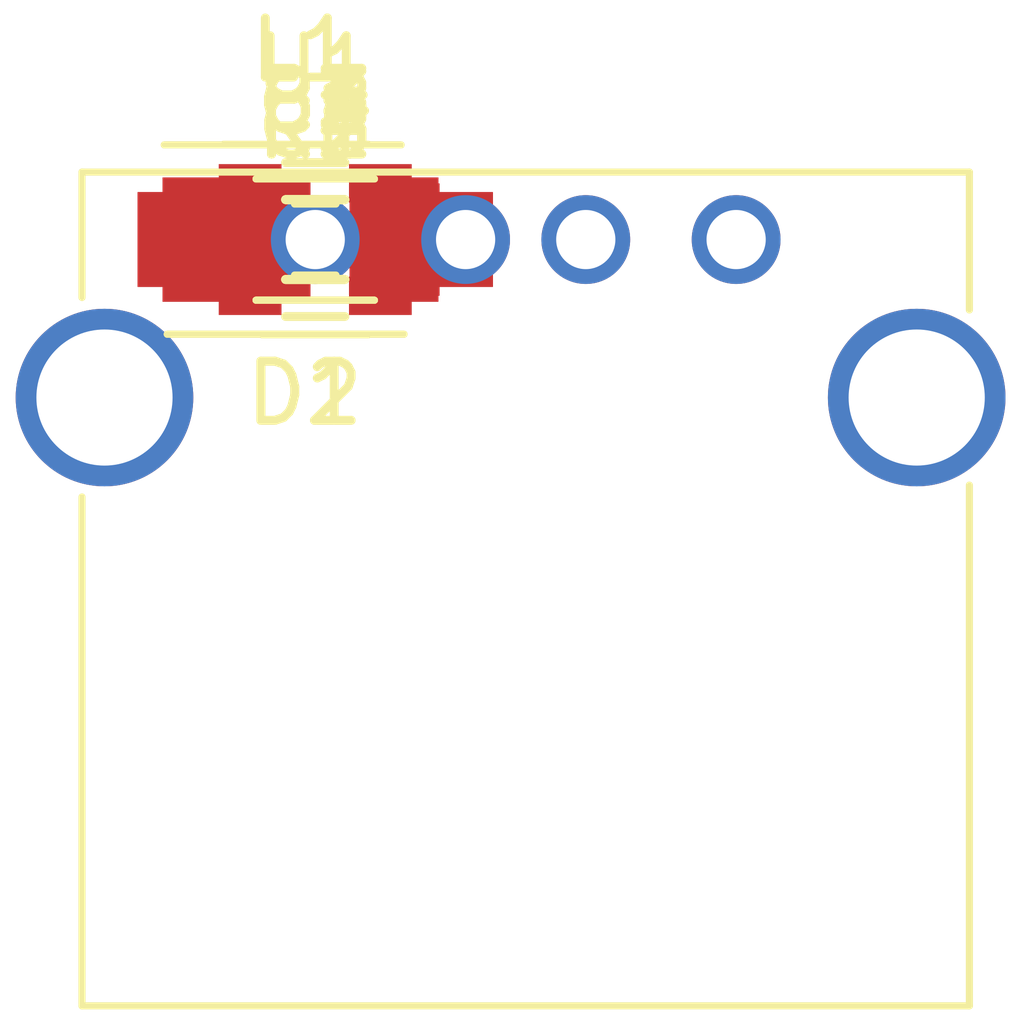
<source format=kicad_pcb>
(kicad_pcb (version 4) (host pcbnew 4.0.4-stable)

  (general
    (links 24)
    (no_connects 15)
    (area 0 0 0 0)
    (thickness 1.6)
    (drawings 0)
    (tracks 0)
    (zones 0)
    (modules 15)
    (nets 12)
  )

  (page A4)
  (layers
    (0 F.Cu signal)
    (31 B.Cu signal)
    (32 B.Adhes user)
    (33 F.Adhes user)
    (34 B.Paste user)
    (35 F.Paste user)
    (36 B.SilkS user)
    (37 F.SilkS user)
    (38 B.Mask user)
    (39 F.Mask user)
    (40 Dwgs.User user)
    (41 Cmts.User user)
    (42 Eco1.User user)
    (43 Eco2.User user)
    (44 Edge.Cuts user)
    (45 Margin user)
    (46 B.CrtYd user)
    (47 F.CrtYd user)
    (48 B.Fab user)
    (49 F.Fab user)
  )

  (setup
    (last_trace_width 0.25)
    (trace_clearance 0.2)
    (zone_clearance 0.508)
    (zone_45_only no)
    (trace_min 0.2)
    (segment_width 0.2)
    (edge_width 0.1)
    (via_size 0.6)
    (via_drill 0.4)
    (via_min_size 0.4)
    (via_min_drill 0.3)
    (uvia_size 0.3)
    (uvia_drill 0.1)
    (uvias_allowed no)
    (uvia_min_size 0.2)
    (uvia_min_drill 0.1)
    (pcb_text_width 0.3)
    (pcb_text_size 1.5 1.5)
    (mod_edge_width 0.15)
    (mod_text_size 1 1)
    (mod_text_width 0.15)
    (pad_size 1.5 1.5)
    (pad_drill 0.6)
    (pad_to_mask_clearance 0)
    (aux_axis_origin 0 0)
    (visible_elements FFFFFF7F)
    (pcbplotparams
      (layerselection 0x00030_80000001)
      (usegerberextensions false)
      (excludeedgelayer true)
      (linewidth 0.100000)
      (plotframeref false)
      (viasonmask false)
      (mode 1)
      (useauxorigin false)
      (hpglpennumber 1)
      (hpglpenspeed 20)
      (hpglpendiameter 15)
      (hpglpenoverlay 2)
      (psnegative false)
      (psa4output false)
      (plotreference true)
      (plotvalue true)
      (plotinvisibletext false)
      (padsonsilk false)
      (subtractmaskfromsilk false)
      (outputformat 1)
      (mirror false)
      (drillshape 1)
      (scaleselection 1)
      (outputdirectory ""))
  )

  (net 0 "")
  (net 1 +24V)
  (net 2 GND)
  (net 3 /D2)
  (net 4 VCC)
  (net 5 /D1)
  (net 6 /USB_D-)
  (net 7 /USB_D+)
  (net 8 "Net-(D3-Pad2)")
  (net 9 "Net-(R2-Pad1)")
  (net 10 /MOSI)
  (net 11 /SCK)

  (net_class Default "This is the default net class."
    (clearance 0.2)
    (trace_width 0.25)
    (via_dia 0.6)
    (via_drill 0.4)
    (uvia_dia 0.3)
    (uvia_drill 0.1)
    (add_net +24V)
    (add_net /D1)
    (add_net /D2)
    (add_net /MOSI)
    (add_net /SCK)
    (add_net /USB_D+)
    (add_net /USB_D-)
    (add_net GND)
    (add_net "Net-(D3-Pad2)")
    (add_net "Net-(R2-Pad1)")
    (add_net VCC)
  )

  (module Capacitors_SMD:C_1206_HandSoldering (layer F.Cu) (tedit 541A9C03) (tstamp 5883CF30)
    (at 148.5011 105.0036)
    (descr "Capacitor SMD 1206, hand soldering")
    (tags "capacitor 1206")
    (path /580BBEB1)
    (attr smd)
    (fp_text reference C1 (at 0 -2.3) (layer F.SilkS)
      (effects (font (size 1 1) (thickness 0.15)))
    )
    (fp_text value 4.7u (at 0 2.3) (layer F.Fab)
      (effects (font (size 1 1) (thickness 0.15)))
    )
    (fp_line (start -1.6 0.8) (end -1.6 -0.8) (layer F.Fab) (width 0.1))
    (fp_line (start 1.6 0.8) (end -1.6 0.8) (layer F.Fab) (width 0.1))
    (fp_line (start 1.6 -0.8) (end 1.6 0.8) (layer F.Fab) (width 0.1))
    (fp_line (start -1.6 -0.8) (end 1.6 -0.8) (layer F.Fab) (width 0.1))
    (fp_line (start -3.3 -1.15) (end 3.3 -1.15) (layer F.CrtYd) (width 0.05))
    (fp_line (start -3.3 1.15) (end 3.3 1.15) (layer F.CrtYd) (width 0.05))
    (fp_line (start -3.3 -1.15) (end -3.3 1.15) (layer F.CrtYd) (width 0.05))
    (fp_line (start 3.3 -1.15) (end 3.3 1.15) (layer F.CrtYd) (width 0.05))
    (fp_line (start 1 -1.025) (end -1 -1.025) (layer F.SilkS) (width 0.12))
    (fp_line (start -1 1.025) (end 1 1.025) (layer F.SilkS) (width 0.12))
    (pad 1 smd rect (at -2 0) (size 2 1.6) (layers F.Cu F.Paste F.Mask)
      (net 1 +24V))
    (pad 2 smd rect (at 2 0) (size 2 1.6) (layers F.Cu F.Paste F.Mask)
      (net 2 GND))
    (model Capacitors_SMD.3dshapes/C_1206_HandSoldering.wrl
      (at (xyz 0 0 0))
      (scale (xyz 1 1 1))
      (rotate (xyz 0 0 0))
    )
  )

  (module Capacitors_SMD:C_1206_HandSoldering (layer F.Cu) (tedit 541A9C03) (tstamp 5883CF40)
    (at 148.5011 105.0036)
    (descr "Capacitor SMD 1206, hand soldering")
    (tags "capacitor 1206")
    (path /5883E192)
    (attr smd)
    (fp_text reference C2 (at 0 -2.3) (layer F.SilkS)
      (effects (font (size 1 1) (thickness 0.15)))
    )
    (fp_text value 100n (at 0 2.3) (layer F.Fab)
      (effects (font (size 1 1) (thickness 0.15)))
    )
    (fp_line (start -1.6 0.8) (end -1.6 -0.8) (layer F.Fab) (width 0.1))
    (fp_line (start 1.6 0.8) (end -1.6 0.8) (layer F.Fab) (width 0.1))
    (fp_line (start 1.6 -0.8) (end 1.6 0.8) (layer F.Fab) (width 0.1))
    (fp_line (start -1.6 -0.8) (end 1.6 -0.8) (layer F.Fab) (width 0.1))
    (fp_line (start -3.3 -1.15) (end 3.3 -1.15) (layer F.CrtYd) (width 0.05))
    (fp_line (start -3.3 1.15) (end 3.3 1.15) (layer F.CrtYd) (width 0.05))
    (fp_line (start -3.3 -1.15) (end -3.3 1.15) (layer F.CrtYd) (width 0.05))
    (fp_line (start 3.3 -1.15) (end 3.3 1.15) (layer F.CrtYd) (width 0.05))
    (fp_line (start 1 -1.025) (end -1 -1.025) (layer F.SilkS) (width 0.12))
    (fp_line (start -1 1.025) (end 1 1.025) (layer F.SilkS) (width 0.12))
    (pad 1 smd rect (at -2 0) (size 2 1.6) (layers F.Cu F.Paste F.Mask)
      (net 3 /D2))
    (pad 2 smd rect (at 2 0) (size 2 1.6) (layers F.Cu F.Paste F.Mask)
      (net 2 GND))
    (model Capacitors_SMD.3dshapes/C_1206_HandSoldering.wrl
      (at (xyz 0 0 0))
      (scale (xyz 1 1 1))
      (rotate (xyz 0 0 0))
    )
  )

  (module Capacitors_SMD:C_1206_HandSoldering (layer F.Cu) (tedit 541A9C03) (tstamp 5883CF50)
    (at 148.5011 105.0036)
    (descr "Capacitor SMD 1206, hand soldering")
    (tags "capacitor 1206")
    (path /580BB1DE)
    (attr smd)
    (fp_text reference C3 (at 0 -2.3) (layer F.SilkS)
      (effects (font (size 1 1) (thickness 0.15)))
    )
    (fp_text value 4.7u (at 0 2.3) (layer F.Fab)
      (effects (font (size 1 1) (thickness 0.15)))
    )
    (fp_line (start -1.6 0.8) (end -1.6 -0.8) (layer F.Fab) (width 0.1))
    (fp_line (start 1.6 0.8) (end -1.6 0.8) (layer F.Fab) (width 0.1))
    (fp_line (start 1.6 -0.8) (end 1.6 0.8) (layer F.Fab) (width 0.1))
    (fp_line (start -1.6 -0.8) (end 1.6 -0.8) (layer F.Fab) (width 0.1))
    (fp_line (start -3.3 -1.15) (end 3.3 -1.15) (layer F.CrtYd) (width 0.05))
    (fp_line (start -3.3 1.15) (end 3.3 1.15) (layer F.CrtYd) (width 0.05))
    (fp_line (start -3.3 -1.15) (end -3.3 1.15) (layer F.CrtYd) (width 0.05))
    (fp_line (start 3.3 -1.15) (end 3.3 1.15) (layer F.CrtYd) (width 0.05))
    (fp_line (start 1 -1.025) (end -1 -1.025) (layer F.SilkS) (width 0.12))
    (fp_line (start -1 1.025) (end 1 1.025) (layer F.SilkS) (width 0.12))
    (pad 1 smd rect (at -2 0) (size 2 1.6) (layers F.Cu F.Paste F.Mask)
      (net 4 VCC))
    (pad 2 smd rect (at 2 0) (size 2 1.6) (layers F.Cu F.Paste F.Mask)
      (net 2 GND))
    (model Capacitors_SMD.3dshapes/C_1206_HandSoldering.wrl
      (at (xyz 0 0 0))
      (scale (xyz 1 1 1))
      (rotate (xyz 0 0 0))
    )
  )

  (module Capacitors_SMD:C_1206_HandSoldering (layer F.Cu) (tedit 541A9C03) (tstamp 5883CF60)
    (at 148.5011 105.0036)
    (descr "Capacitor SMD 1206, hand soldering")
    (tags "capacitor 1206")
    (path /5883E769)
    (attr smd)
    (fp_text reference C4 (at 0 -2.3) (layer F.SilkS)
      (effects (font (size 1 1) (thickness 0.15)))
    )
    (fp_text value 100n (at 0 2.3) (layer F.Fab)
      (effects (font (size 1 1) (thickness 0.15)))
    )
    (fp_line (start -1.6 0.8) (end -1.6 -0.8) (layer F.Fab) (width 0.1))
    (fp_line (start 1.6 0.8) (end -1.6 0.8) (layer F.Fab) (width 0.1))
    (fp_line (start 1.6 -0.8) (end 1.6 0.8) (layer F.Fab) (width 0.1))
    (fp_line (start -1.6 -0.8) (end 1.6 -0.8) (layer F.Fab) (width 0.1))
    (fp_line (start -3.3 -1.15) (end 3.3 -1.15) (layer F.CrtYd) (width 0.05))
    (fp_line (start -3.3 1.15) (end 3.3 1.15) (layer F.CrtYd) (width 0.05))
    (fp_line (start -3.3 -1.15) (end -3.3 1.15) (layer F.CrtYd) (width 0.05))
    (fp_line (start 3.3 -1.15) (end 3.3 1.15) (layer F.CrtYd) (width 0.05))
    (fp_line (start 1 -1.025) (end -1 -1.025) (layer F.SilkS) (width 0.12))
    (fp_line (start -1 1.025) (end 1 1.025) (layer F.SilkS) (width 0.12))
    (pad 1 smd rect (at -2 0) (size 2 1.6) (layers F.Cu F.Paste F.Mask)
      (net 5 /D1))
    (pad 2 smd rect (at 2 0) (size 2 1.6) (layers F.Cu F.Paste F.Mask)
      (net 2 GND))
    (model Capacitors_SMD.3dshapes/C_1206_HandSoldering.wrl
      (at (xyz 0 0 0))
      (scale (xyz 1 1 1))
      (rotate (xyz 0 0 0))
    )
  )

  (module Capacitors_SMD:C_0603_HandSoldering (layer F.Cu) (tedit 541A9B4D) (tstamp 5883CF70)
    (at 148.5011 105.0036)
    (descr "Capacitor SMD 0603, hand soldering")
    (tags "capacitor 0603")
    (path /580BA247)
    (attr smd)
    (fp_text reference C5 (at 0 -1.9) (layer F.SilkS)
      (effects (font (size 1 1) (thickness 0.15)))
    )
    (fp_text value 100nF (at 0 1.9) (layer F.Fab)
      (effects (font (size 1 1) (thickness 0.15)))
    )
    (fp_line (start -0.8 0.4) (end -0.8 -0.4) (layer F.Fab) (width 0.1))
    (fp_line (start 0.8 0.4) (end -0.8 0.4) (layer F.Fab) (width 0.1))
    (fp_line (start 0.8 -0.4) (end 0.8 0.4) (layer F.Fab) (width 0.1))
    (fp_line (start -0.8 -0.4) (end 0.8 -0.4) (layer F.Fab) (width 0.1))
    (fp_line (start -1.85 -0.75) (end 1.85 -0.75) (layer F.CrtYd) (width 0.05))
    (fp_line (start -1.85 0.75) (end 1.85 0.75) (layer F.CrtYd) (width 0.05))
    (fp_line (start -1.85 -0.75) (end -1.85 0.75) (layer F.CrtYd) (width 0.05))
    (fp_line (start 1.85 -0.75) (end 1.85 0.75) (layer F.CrtYd) (width 0.05))
    (fp_line (start -0.35 -0.6) (end 0.35 -0.6) (layer F.SilkS) (width 0.12))
    (fp_line (start 0.35 0.6) (end -0.35 0.6) (layer F.SilkS) (width 0.12))
    (pad 1 smd rect (at -0.95 0) (size 1.2 0.75) (layers F.Cu F.Paste F.Mask)
      (net 4 VCC))
    (pad 2 smd rect (at 0.95 0) (size 1.2 0.75) (layers F.Cu F.Paste F.Mask)
      (net 2 GND))
    (model Capacitors_SMD.3dshapes/C_0603_HandSoldering.wrl
      (at (xyz 0 0 0))
      (scale (xyz 1 1 1))
      (rotate (xyz 0 0 0))
    )
  )

  (module LEDs:LED_PLCC_2835_Handsoldering (layer F.Cu) (tedit 575B2B12) (tstamp 5883CF8B)
    (at 148.5011 105.0036)
    (descr http://www.everlight.com/file/ProductFile/67-21S-KK2C-H4040QAR32835Z15-2T.pdf)
    (tags LED)
    (path /581E3CE7)
    (attr smd)
    (fp_text reference D1 (at -0.18 2.6) (layer F.SilkS)
      (effects (font (size 1 1) (thickness 0.15)))
    )
    (fp_text value LED_BLUE (at -0.2 -2.6) (layer F.Fab)
      (effects (font (size 1 1) (thickness 0.15)))
    )
    (fp_line (start 1.15 -0.65) (end 0.7 -0.65) (layer F.Fab) (width 0.1))
    (fp_line (start 0.93 -0.4) (end 0.93 -0.9) (layer F.Fab) (width 0.1))
    (fp_line (start 2.3 -1.75) (end 2.3 1.75) (layer F.CrtYd) (width 0.05))
    (fp_line (start -2.8 -1.75) (end 2.3 -1.75) (layer F.CrtYd) (width 0.05))
    (fp_line (start -2.8 1.75) (end -2.8 -1.75) (layer F.CrtYd) (width 0.05))
    (fp_line (start 2.3 1.75) (end -2.8 1.75) (layer F.CrtYd) (width 0.05))
    (fp_line (start 1.45 -1.6) (end -2.55 -1.6) (layer F.SilkS) (width 0.12))
    (fp_line (start 1.5 1.6) (end -2.5 1.6) (layer F.SilkS) (width 0.12))
    (fp_line (start 1.4 -0.8) (end 1.4 0) (layer F.Fab) (width 0.1))
    (fp_line (start 1 -1.2) (end 1.4 -0.8) (layer F.Fab) (width 0.1))
    (fp_line (start -1.4 -1.2) (end 1 -1.2) (layer F.Fab) (width 0.1))
    (fp_line (start -1.8 -0.8) (end -1.4 -1.2) (layer F.Fab) (width 0.1))
    (fp_line (start -1.8 0.8) (end -1.8 -0.8) (layer F.Fab) (width 0.1))
    (fp_line (start -1.4 1.2) (end -1.8 0.8) (layer F.Fab) (width 0.1))
    (fp_line (start 1 1.2) (end -1.4 1.2) (layer F.Fab) (width 0.1))
    (fp_line (start 1.4 0.8) (end 1 1.2) (layer F.Fab) (width 0.1))
    (fp_line (start 1.4 0) (end 1.4 0.8) (layer F.Fab) (width 0.1))
    (fp_line (start 1.55 -1.4) (end 1.55 1.4) (layer F.Fab) (width 0.1))
    (fp_line (start -1.95 -1.4) (end 1.55 -1.4) (layer F.Fab) (width 0.1))
    (fp_line (start -1.95 1.4) (end -1.95 -1.4) (layer F.Fab) (width 0.1))
    (fp_line (start 1.55 1.4) (end -1.95 1.4) (layer F.Fab) (width 0.1))
    (pad 1 smd rect (at -1.33 0 180) (size 2.5 2.1) (layers F.Cu F.Paste F.Mask)
      (net 2 GND))
    (pad 2 smd rect (at 1.33 0 180) (size 1.5 2.1) (layers F.Cu F.Paste F.Mask)
      (net 6 /USB_D-))
    (model LEDs.3dshapes\LED_PLCC_2835_Handsoldering.wrl
      (at (xyz 0 0 0))
      (scale (xyz 0.4 0.4 0.4))
      (rotate (xyz 0 0 0))
    )
  )

  (module LEDs:LED_PLCC_2835_Handsoldering (layer F.Cu) (tedit 575B2B12) (tstamp 5883CFA6)
    (at 148.5011 105.0036)
    (descr http://www.everlight.com/file/ProductFile/67-21S-KK2C-H4040QAR32835Z15-2T.pdf)
    (tags LED)
    (path /580B9AA2)
    (attr smd)
    (fp_text reference D2 (at -0.18 2.6) (layer F.SilkS)
      (effects (font (size 1 1) (thickness 0.15)))
    )
    (fp_text value LED_BLUE (at -0.2 -2.6) (layer F.Fab)
      (effects (font (size 1 1) (thickness 0.15)))
    )
    (fp_line (start 1.15 -0.65) (end 0.7 -0.65) (layer F.Fab) (width 0.1))
    (fp_line (start 0.93 -0.4) (end 0.93 -0.9) (layer F.Fab) (width 0.1))
    (fp_line (start 2.3 -1.75) (end 2.3 1.75) (layer F.CrtYd) (width 0.05))
    (fp_line (start -2.8 -1.75) (end 2.3 -1.75) (layer F.CrtYd) (width 0.05))
    (fp_line (start -2.8 1.75) (end -2.8 -1.75) (layer F.CrtYd) (width 0.05))
    (fp_line (start 2.3 1.75) (end -2.8 1.75) (layer F.CrtYd) (width 0.05))
    (fp_line (start 1.45 -1.6) (end -2.55 -1.6) (layer F.SilkS) (width 0.12))
    (fp_line (start 1.5 1.6) (end -2.5 1.6) (layer F.SilkS) (width 0.12))
    (fp_line (start 1.4 -0.8) (end 1.4 0) (layer F.Fab) (width 0.1))
    (fp_line (start 1 -1.2) (end 1.4 -0.8) (layer F.Fab) (width 0.1))
    (fp_line (start -1.4 -1.2) (end 1 -1.2) (layer F.Fab) (width 0.1))
    (fp_line (start -1.8 -0.8) (end -1.4 -1.2) (layer F.Fab) (width 0.1))
    (fp_line (start -1.8 0.8) (end -1.8 -0.8) (layer F.Fab) (width 0.1))
    (fp_line (start -1.4 1.2) (end -1.8 0.8) (layer F.Fab) (width 0.1))
    (fp_line (start 1 1.2) (end -1.4 1.2) (layer F.Fab) (width 0.1))
    (fp_line (start 1.4 0.8) (end 1 1.2) (layer F.Fab) (width 0.1))
    (fp_line (start 1.4 0) (end 1.4 0.8) (layer F.Fab) (width 0.1))
    (fp_line (start 1.55 -1.4) (end 1.55 1.4) (layer F.Fab) (width 0.1))
    (fp_line (start -1.95 -1.4) (end 1.55 -1.4) (layer F.Fab) (width 0.1))
    (fp_line (start -1.95 1.4) (end -1.95 -1.4) (layer F.Fab) (width 0.1))
    (fp_line (start 1.55 1.4) (end -1.95 1.4) (layer F.Fab) (width 0.1))
    (pad 1 smd rect (at -1.33 0 180) (size 2.5 2.1) (layers F.Cu F.Paste F.Mask)
      (net 2 GND))
    (pad 2 smd rect (at 1.33 0 180) (size 1.5 2.1) (layers F.Cu F.Paste F.Mask)
      (net 7 /USB_D+))
    (model LEDs.3dshapes\LED_PLCC_2835_Handsoldering.wrl
      (at (xyz 0 0 0))
      (scale (xyz 0.4 0.4 0.4))
      (rotate (xyz 0 0 0))
    )
  )

  (module Inductors_NEOSID:Neosid_Inductor_SM-NE30_SMD1210 (layer F.Cu) (tedit 0) (tstamp 5883CFAE)
    (at 148.5011 105.0036)
    (descr "Neosid, Inductor, SM-NE30, SMD1210, Festinduktivitaet, SMD,")
    (tags "Neosid, Inductor, SM-NE30, SMD1210, Festinduktivitaet, SMD,")
    (path /580BB500)
    (attr smd)
    (fp_text reference L1 (at -0.20066 -3.2004) (layer F.SilkS)
      (effects (font (size 1 1) (thickness 0.15)))
    )
    (fp_text value 10u (at 0 3.2004) (layer F.Fab)
      (effects (font (size 1 1) (thickness 0.15)))
    )
    (fp_line (start 0.50038 1.30048) (end -0.50038 1.30048) (layer F.SilkS) (width 0.15))
    (fp_line (start 0.50038 -1.30048) (end -0.50038 -1.30048) (layer F.SilkS) (width 0.15))
    (pad 2 smd rect (at 1.6002 0) (size 1.00076 1.89992) (layers F.Cu F.Paste F.Mask)
      (net 8 "Net-(D3-Pad2)"))
    (pad 1 smd rect (at -1.6002 0) (size 1.00076 1.89992) (layers F.Cu F.Paste F.Mask)
      (net 4 VCC))
  )

  (module Connect:USB_A (layer F.Cu) (tedit 5543E289) (tstamp 5883CFC2)
    (at 148.5011 105.0036)
    (descr "USB A connector")
    (tags "USB USB_A")
    (path /58162752)
    (fp_text reference P3 (at 0 -2.35) (layer F.SilkS)
      (effects (font (size 1 1) (thickness 0.15)))
    )
    (fp_text value CONN_01X04 (at 3.84 7.44) (layer F.Fab)
      (effects (font (size 1 1) (thickness 0.15)))
    )
    (fp_line (start -5.3 13.2) (end -5.3 -1.4) (layer F.CrtYd) (width 0.05))
    (fp_line (start 11.95 -1.4) (end 11.95 13.2) (layer F.CrtYd) (width 0.05))
    (fp_line (start -5.3 13.2) (end 11.95 13.2) (layer F.CrtYd) (width 0.05))
    (fp_line (start -5.3 -1.4) (end 11.95 -1.4) (layer F.CrtYd) (width 0.05))
    (fp_line (start 11.05 -1.14) (end 11.05 1.19) (layer F.SilkS) (width 0.12))
    (fp_line (start -3.94 -1.14) (end -3.94 0.98) (layer F.SilkS) (width 0.12))
    (fp_line (start 11.05 -1.14) (end -3.94 -1.14) (layer F.SilkS) (width 0.12))
    (fp_line (start 11.05 12.95) (end -3.94 12.95) (layer F.SilkS) (width 0.12))
    (fp_line (start 11.05 4.15) (end 11.05 12.95) (layer F.SilkS) (width 0.12))
    (fp_line (start -3.94 4.35) (end -3.94 12.95) (layer F.SilkS) (width 0.12))
    (pad 4 thru_hole circle (at 7.11 0 270) (size 1.5 1.5) (drill 1) (layers *.Cu *.Mask)
      (net 2 GND))
    (pad 3 thru_hole circle (at 4.57 0 270) (size 1.5 1.5) (drill 1) (layers *.Cu *.Mask)
      (net 7 /USB_D+))
    (pad 2 thru_hole circle (at 2.54 0 270) (size 1.5 1.5) (drill 1) (layers *.Cu *.Mask)
      (net 6 /USB_D-))
    (pad 1 thru_hole circle (at 0 0 270) (size 1.5 1.5) (drill 1) (layers *.Cu *.Mask)
      (net 4 VCC))
    (pad 5 thru_hole circle (at 10.16 2.67 270) (size 3 3) (drill 2.3) (layers *.Cu *.Mask))
    (pad 5 thru_hole circle (at -3.56 2.67 270) (size 3 3) (drill 2.3) (layers *.Cu *.Mask))
    (model Connectors.3dshapes/USB_A.wrl
      (at (xyz 0.14 0 0))
      (scale (xyz 1 1 1))
      (rotate (xyz 0 0 90))
    )
  )

  (module Resistors_SMD:R_0603_HandSoldering (layer F.Cu) (tedit 58307AEF) (tstamp 5883CFD2)
    (at 148.5011 105.0036)
    (descr "Resistor SMD 0603, hand soldering")
    (tags "resistor 0603")
    (path /580B9C03)
    (attr smd)
    (fp_text reference R1 (at 0 -1.9) (layer F.SilkS)
      (effects (font (size 1 1) (thickness 0.15)))
    )
    (fp_text value 1.5k (at 0 1.9) (layer F.Fab)
      (effects (font (size 1 1) (thickness 0.15)))
    )
    (fp_line (start -0.8 0.4) (end -0.8 -0.4) (layer F.Fab) (width 0.1))
    (fp_line (start 0.8 0.4) (end -0.8 0.4) (layer F.Fab) (width 0.1))
    (fp_line (start 0.8 -0.4) (end 0.8 0.4) (layer F.Fab) (width 0.1))
    (fp_line (start -0.8 -0.4) (end 0.8 -0.4) (layer F.Fab) (width 0.1))
    (fp_line (start -2 -0.8) (end 2 -0.8) (layer F.CrtYd) (width 0.05))
    (fp_line (start -2 0.8) (end 2 0.8) (layer F.CrtYd) (width 0.05))
    (fp_line (start -2 -0.8) (end -2 0.8) (layer F.CrtYd) (width 0.05))
    (fp_line (start 2 -0.8) (end 2 0.8) (layer F.CrtYd) (width 0.05))
    (fp_line (start 0.5 0.675) (end -0.5 0.675) (layer F.SilkS) (width 0.15))
    (fp_line (start -0.5 -0.675) (end 0.5 -0.675) (layer F.SilkS) (width 0.15))
    (pad 1 smd rect (at -1.1 0) (size 1.2 0.9) (layers F.Cu F.Paste F.Mask)
      (net 6 /USB_D-))
    (pad 2 smd rect (at 1.1 0) (size 1.2 0.9) (layers F.Cu F.Paste F.Mask)
      (net 4 VCC))
    (model Resistors_SMD.3dshapes/R_0603_HandSoldering.wrl
      (at (xyz 0 0 0))
      (scale (xyz 1 1 1))
      (rotate (xyz 0 0 0))
    )
  )

  (module Resistors_SMD:R_0603_HandSoldering (layer F.Cu) (tedit 58307AEF) (tstamp 5883CFE2)
    (at 148.5011 105.0036)
    (descr "Resistor SMD 0603, hand soldering")
    (tags "resistor 0603")
    (path /580BBA9A)
    (attr smd)
    (fp_text reference R2 (at 0 -1.9) (layer F.SilkS)
      (effects (font (size 1 1) (thickness 0.15)))
    )
    (fp_text value 2.4M (at 0 1.9) (layer F.Fab)
      (effects (font (size 1 1) (thickness 0.15)))
    )
    (fp_line (start -0.8 0.4) (end -0.8 -0.4) (layer F.Fab) (width 0.1))
    (fp_line (start 0.8 0.4) (end -0.8 0.4) (layer F.Fab) (width 0.1))
    (fp_line (start 0.8 -0.4) (end 0.8 0.4) (layer F.Fab) (width 0.1))
    (fp_line (start -0.8 -0.4) (end 0.8 -0.4) (layer F.Fab) (width 0.1))
    (fp_line (start -2 -0.8) (end 2 -0.8) (layer F.CrtYd) (width 0.05))
    (fp_line (start -2 0.8) (end 2 0.8) (layer F.CrtYd) (width 0.05))
    (fp_line (start -2 -0.8) (end -2 0.8) (layer F.CrtYd) (width 0.05))
    (fp_line (start 2 -0.8) (end 2 0.8) (layer F.CrtYd) (width 0.05))
    (fp_line (start 0.5 0.675) (end -0.5 0.675) (layer F.SilkS) (width 0.15))
    (fp_line (start -0.5 -0.675) (end 0.5 -0.675) (layer F.SilkS) (width 0.15))
    (pad 1 smd rect (at -1.1 0) (size 1.2 0.9) (layers F.Cu F.Paste F.Mask)
      (net 9 "Net-(R2-Pad1)"))
    (pad 2 smd rect (at 1.1 0) (size 1.2 0.9) (layers F.Cu F.Paste F.Mask)
      (net 1 +24V))
    (model Resistors_SMD.3dshapes/R_0603_HandSoldering.wrl
      (at (xyz 0 0 0))
      (scale (xyz 1 1 1))
      (rotate (xyz 0 0 0))
    )
  )

  (module Resistors_SMD:R_0603_HandSoldering (layer F.Cu) (tedit 58307AEF) (tstamp 5883CFF2)
    (at 148.5011 105.0036)
    (descr "Resistor SMD 0603, hand soldering")
    (tags "resistor 0603")
    (path /580BBC7E)
    (attr smd)
    (fp_text reference R3 (at 0 -1.9) (layer F.SilkS)
      (effects (font (size 1 1) (thickness 0.15)))
    )
    (fp_text value 130k (at 0 1.9) (layer F.Fab)
      (effects (font (size 1 1) (thickness 0.15)))
    )
    (fp_line (start -0.8 0.4) (end -0.8 -0.4) (layer F.Fab) (width 0.1))
    (fp_line (start 0.8 0.4) (end -0.8 0.4) (layer F.Fab) (width 0.1))
    (fp_line (start 0.8 -0.4) (end 0.8 0.4) (layer F.Fab) (width 0.1))
    (fp_line (start -0.8 -0.4) (end 0.8 -0.4) (layer F.Fab) (width 0.1))
    (fp_line (start -2 -0.8) (end 2 -0.8) (layer F.CrtYd) (width 0.05))
    (fp_line (start -2 0.8) (end 2 0.8) (layer F.CrtYd) (width 0.05))
    (fp_line (start -2 -0.8) (end -2 0.8) (layer F.CrtYd) (width 0.05))
    (fp_line (start 2 -0.8) (end 2 0.8) (layer F.CrtYd) (width 0.05))
    (fp_line (start 0.5 0.675) (end -0.5 0.675) (layer F.SilkS) (width 0.15))
    (fp_line (start -0.5 -0.675) (end 0.5 -0.675) (layer F.SilkS) (width 0.15))
    (pad 1 smd rect (at -1.1 0) (size 1.2 0.9) (layers F.Cu F.Paste F.Mask)
      (net 2 GND))
    (pad 2 smd rect (at 1.1 0) (size 1.2 0.9) (layers F.Cu F.Paste F.Mask)
      (net 9 "Net-(R2-Pad1)"))
    (model Resistors_SMD.3dshapes/R_0603_HandSoldering.wrl
      (at (xyz 0 0 0))
      (scale (xyz 1 1 1))
      (rotate (xyz 0 0 0))
    )
  )

  (module Resistors_SMD:R_0603_HandSoldering (layer F.Cu) (tedit 58307AEF) (tstamp 5883D002)
    (at 148.5011 105.0036)
    (descr "Resistor SMD 0603, hand soldering")
    (tags "resistor 0603")
    (path /580B9A16)
    (attr smd)
    (fp_text reference R5 (at 0 -1.9) (layer F.SilkS)
      (effects (font (size 1 1) (thickness 0.15)))
    )
    (fp_text value 68 (at 0 1.9) (layer F.Fab)
      (effects (font (size 1 1) (thickness 0.15)))
    )
    (fp_line (start -0.8 0.4) (end -0.8 -0.4) (layer F.Fab) (width 0.1))
    (fp_line (start 0.8 0.4) (end -0.8 0.4) (layer F.Fab) (width 0.1))
    (fp_line (start 0.8 -0.4) (end 0.8 0.4) (layer F.Fab) (width 0.1))
    (fp_line (start -0.8 -0.4) (end 0.8 -0.4) (layer F.Fab) (width 0.1))
    (fp_line (start -2 -0.8) (end 2 -0.8) (layer F.CrtYd) (width 0.05))
    (fp_line (start -2 0.8) (end 2 0.8) (layer F.CrtYd) (width 0.05))
    (fp_line (start -2 -0.8) (end -2 0.8) (layer F.CrtYd) (width 0.05))
    (fp_line (start 2 -0.8) (end 2 0.8) (layer F.CrtYd) (width 0.05))
    (fp_line (start 0.5 0.675) (end -0.5 0.675) (layer F.SilkS) (width 0.15))
    (fp_line (start -0.5 -0.675) (end 0.5 -0.675) (layer F.SilkS) (width 0.15))
    (pad 1 smd rect (at -1.1 0) (size 1.2 0.9) (layers F.Cu F.Paste F.Mask)
      (net 10 /MOSI))
    (pad 2 smd rect (at 1.1 0) (size 1.2 0.9) (layers F.Cu F.Paste F.Mask)
      (net 6 /USB_D-))
    (model Resistors_SMD.3dshapes/R_0603_HandSoldering.wrl
      (at (xyz 0 0 0))
      (scale (xyz 1 1 1))
      (rotate (xyz 0 0 0))
    )
  )

  (module Resistors_SMD:R_0603_HandSoldering (layer F.Cu) (tedit 58307AEF) (tstamp 5883D012)
    (at 148.5011 105.0036)
    (descr "Resistor SMD 0603, hand soldering")
    (tags "resistor 0603")
    (path /580B99A5)
    (attr smd)
    (fp_text reference R6 (at 0 -1.9) (layer F.SilkS)
      (effects (font (size 1 1) (thickness 0.15)))
    )
    (fp_text value 68 (at 0 1.9) (layer F.Fab)
      (effects (font (size 1 1) (thickness 0.15)))
    )
    (fp_line (start -0.8 0.4) (end -0.8 -0.4) (layer F.Fab) (width 0.1))
    (fp_line (start 0.8 0.4) (end -0.8 0.4) (layer F.Fab) (width 0.1))
    (fp_line (start 0.8 -0.4) (end 0.8 0.4) (layer F.Fab) (width 0.1))
    (fp_line (start -0.8 -0.4) (end 0.8 -0.4) (layer F.Fab) (width 0.1))
    (fp_line (start -2 -0.8) (end 2 -0.8) (layer F.CrtYd) (width 0.05))
    (fp_line (start -2 0.8) (end 2 0.8) (layer F.CrtYd) (width 0.05))
    (fp_line (start -2 -0.8) (end -2 0.8) (layer F.CrtYd) (width 0.05))
    (fp_line (start 2 -0.8) (end 2 0.8) (layer F.CrtYd) (width 0.05))
    (fp_line (start 0.5 0.675) (end -0.5 0.675) (layer F.SilkS) (width 0.15))
    (fp_line (start -0.5 -0.675) (end 0.5 -0.675) (layer F.SilkS) (width 0.15))
    (pad 1 smd rect (at -1.1 0) (size 1.2 0.9) (layers F.Cu F.Paste F.Mask)
      (net 11 /SCK))
    (pad 2 smd rect (at 1.1 0) (size 1.2 0.9) (layers F.Cu F.Paste F.Mask)
      (net 7 /USB_D+))
    (model Resistors_SMD.3dshapes/R_0603_HandSoldering.wrl
      (at (xyz 0 0 0))
      (scale (xyz 1 1 1))
      (rotate (xyz 0 0 0))
    )
  )

  (module TO_SOT_Packages_SMD:SOT-23-5 (layer F.Cu) (tedit 583F3A3F) (tstamp 5883D025)
    (at 148.5011 105.0036)
    (descr "5-pin SOT23 package")
    (tags SOT-23-5)
    (path /580BB183)
    (attr smd)
    (fp_text reference U1 (at 0 -2.9) (layer F.SilkS)
      (effects (font (size 1 1) (thickness 0.15)))
    )
    (fp_text value AP3015 (at 0 2.9) (layer F.Fab)
      (effects (font (size 1 1) (thickness 0.15)))
    )
    (fp_line (start -0.9 1.61) (end 0.9 1.61) (layer F.SilkS) (width 0.12))
    (fp_line (start 0.9 -1.61) (end -1.55 -1.61) (layer F.SilkS) (width 0.12))
    (fp_line (start -1.9 -1.8) (end 1.9 -1.8) (layer F.CrtYd) (width 0.05))
    (fp_line (start 1.9 -1.8) (end 1.9 1.8) (layer F.CrtYd) (width 0.05))
    (fp_line (start 1.9 1.8) (end -1.9 1.8) (layer F.CrtYd) (width 0.05))
    (fp_line (start -1.9 1.8) (end -1.9 -1.8) (layer F.CrtYd) (width 0.05))
    (fp_line (start 0.9 -1.55) (end -0.9 -1.55) (layer F.Fab) (width 0.15))
    (fp_line (start -0.9 -1.55) (end -0.9 1.55) (layer F.Fab) (width 0.15))
    (fp_line (start 0.9 1.55) (end -0.9 1.55) (layer F.Fab) (width 0.15))
    (fp_line (start 0.9 -1.55) (end 0.9 1.55) (layer F.Fab) (width 0.15))
    (pad 1 smd rect (at -1.1 -0.95) (size 1.06 0.65) (layers F.Cu F.Paste F.Mask)
      (net 8 "Net-(D3-Pad2)"))
    (pad 2 smd rect (at -1.1 0) (size 1.06 0.65) (layers F.Cu F.Paste F.Mask)
      (net 2 GND))
    (pad 3 smd rect (at -1.1 0.95) (size 1.06 0.65) (layers F.Cu F.Paste F.Mask)
      (net 9 "Net-(R2-Pad1)"))
    (pad 4 smd rect (at 1.1 0.95) (size 1.06 0.65) (layers F.Cu F.Paste F.Mask)
      (net 4 VCC))
    (pad 5 smd rect (at 1.1 -0.95) (size 1.06 0.65) (layers F.Cu F.Paste F.Mask)
      (net 4 VCC))
    (model TO_SOT_Packages_SMD.3dshapes/SOT-23-5.wrl
      (at (xyz 0 0 0))
      (scale (xyz 1 1 1))
      (rotate (xyz 0 0 0))
    )
  )

)

</source>
